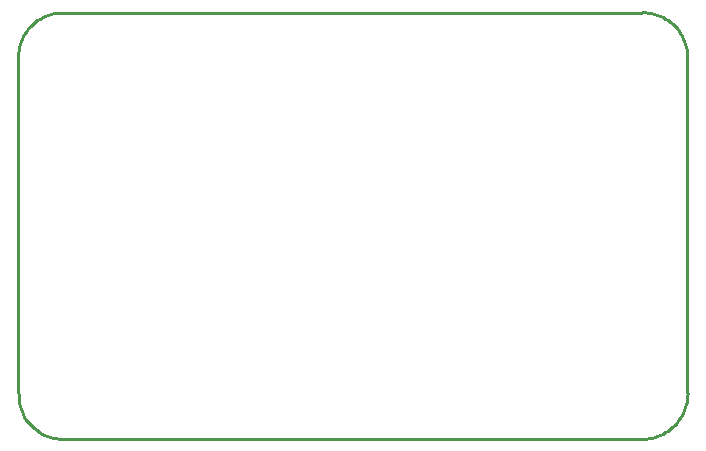
<source format=gko>
G04*
G04 #@! TF.GenerationSoftware,Altium Limited,Altium Designer,20.2.3 (150)*
G04*
G04 Layer_Color=16711935*
%FSLAX25Y25*%
%MOIN*%
G70*
G04*
G04 #@! TF.SameCoordinates,FEE7AC8F-F901-45B1-A19B-458FA38B073B*
G04*
G04*
G04 #@! TF.FilePolarity,Positive*
G04*
G01*
G75*
%ADD14C,0.01000*%
D14*
X506544Y354540D02*
X506545Y355549D01*
X506479Y356556D01*
X506345Y357557D01*
X506145Y358546D01*
X505879Y359520D01*
X505548Y360474D01*
X505155Y361404D01*
X504701Y362305D01*
X504187Y363174D01*
X503616Y364007D01*
X502991Y364799D01*
X502314Y365548D01*
X501589Y366250D01*
X500818Y366902D01*
X500006Y367502D01*
X499155Y368045D01*
X498270Y368531D01*
X497354Y368956D01*
X496412Y369319D01*
X495448Y369618D01*
X494466Y369852D01*
X493471Y370020D01*
X492467Y370121D01*
X491458Y370155D01*
X490763Y228009D02*
X491746Y228007D01*
X492727Y228067D01*
X493702Y228191D01*
X494667Y228377D01*
X495619Y228624D01*
X496552Y228932D01*
X497464Y229300D01*
X498350Y229725D01*
X499207Y230205D01*
X500032Y230740D01*
X500820Y231327D01*
X501570Y231963D01*
X502277Y232646D01*
X502938Y233373D01*
X503552Y234141D01*
X504115Y234947D01*
X504625Y235787D01*
X505080Y236658D01*
X505479Y237556D01*
X505819Y238479D01*
X506099Y239421D01*
X506318Y240379D01*
X506475Y241349D01*
X506569Y242327D01*
X506601Y243310D01*
X283632Y243019D02*
X283633Y242008D01*
X283703Y241000D01*
X283845Y239999D01*
X284055Y239010D01*
X284334Y238038D01*
X284680Y237088D01*
X285092Y236165D01*
X285566Y235273D01*
X286102Y234416D01*
X286697Y233598D01*
X287347Y232824D01*
X288049Y232097D01*
X288800Y231421D01*
X289597Y230798D01*
X290435Y230233D01*
X291311Y229728D01*
X292219Y229285D01*
X293157Y228906D01*
X294118Y228594D01*
X295099Y228350D01*
X296094Y228174D01*
X297100Y228068D01*
X298110Y228033D01*
X298495Y370000D02*
X297484Y370000D01*
X296476Y369929D01*
X295475Y369788D01*
X294486Y369577D01*
X293514Y369298D01*
X292564Y368952D01*
X291641Y368541D01*
X290749Y368066D01*
X289892Y367530D01*
X289074Y366936D01*
X288300Y366286D01*
X287573Y365583D01*
X286896Y364832D01*
X286274Y364035D01*
X285709Y363197D01*
X285204Y362322D01*
X284761Y361413D01*
X284382Y360476D01*
X284070Y359514D01*
X283825Y358534D01*
X283650Y357538D01*
X283544Y356533D01*
X283509Y355522D01*
X298495Y370000D02*
X491303D01*
X506553Y243235D02*
Y355060D01*
X298110Y228000D02*
X490763Y228000D01*
X283509Y243142D02*
Y355522D01*
M02*

</source>
